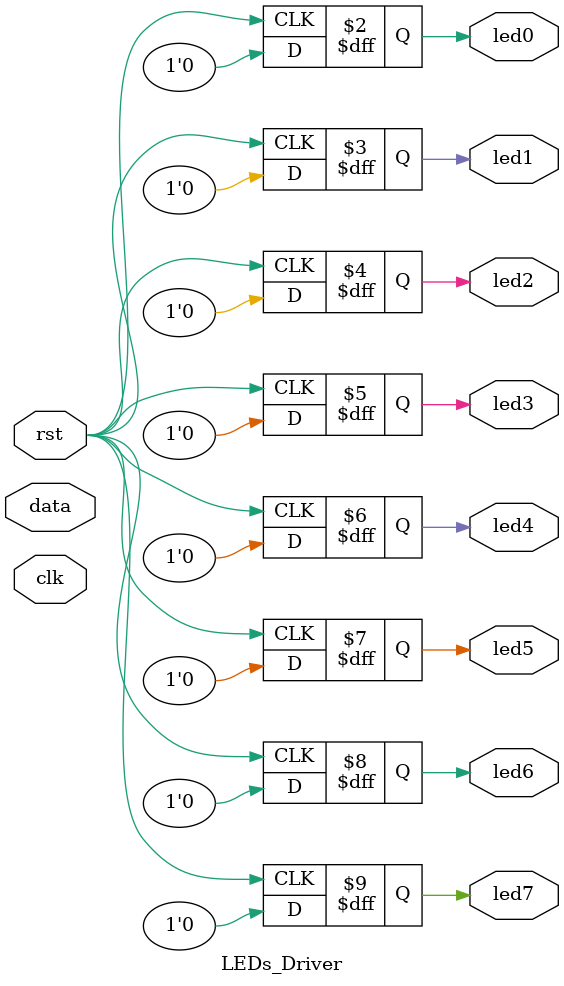
<source format=v>
`timescale 1ns / 1ps
module LEDs_Driver(
    input [7:0] data,
	 input wire clk,
	 input wire rst,
    output reg led0,
    output reg led1,
    output reg led2,
    output reg led3,
    output reg led4,
    output reg led5,
    output reg led6,
    output reg led7
    );
	
//always @ (posedge clk)
//begin
	//led0 <= data[0];
	//led1 <= data[1];
	//led2 <= data[2];
	//led3 <= data[3];
	//led4 <= data[4];
	//led5 <= data[5];
	//led6 <= data[6];
	//led7 <= data[7];
//end

always @ (posedge rst)
begin
	led0 <= 0;
	led1 <= 0;
	led2 <= 0;
	led3 <= 0;
	led4 <= 0;
	led5 <= 0;
	led6 <= 0;
	led7 <= 0;
end

endmodule

</source>
